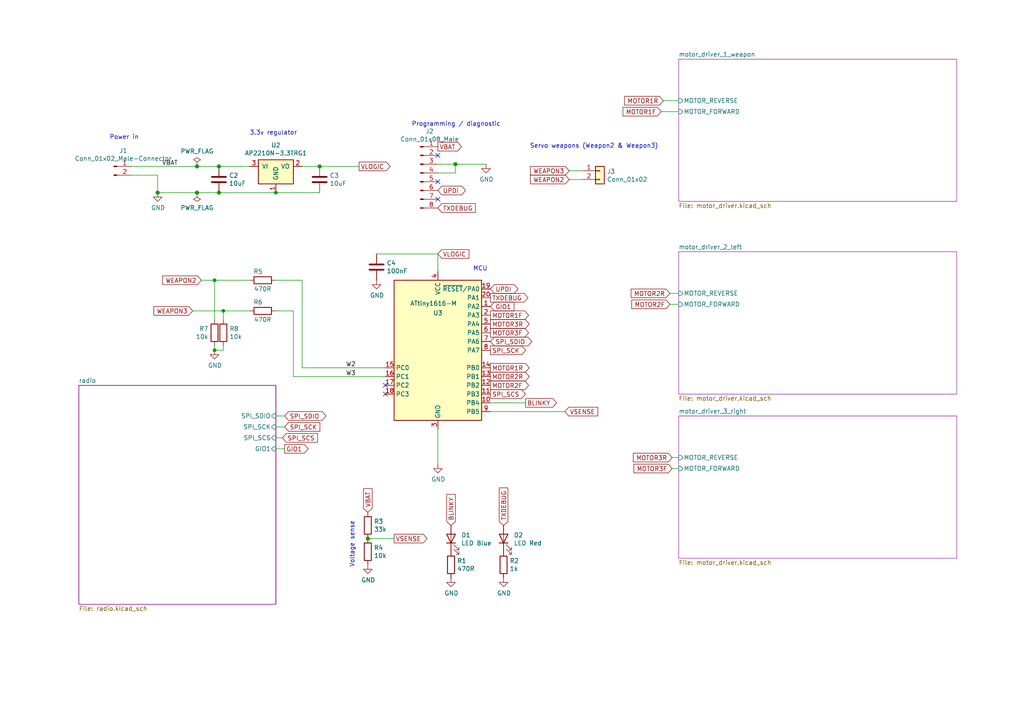
<source format=kicad_sch>
(kicad_sch (version 20211123) (generator eeschema)
  (paper "A4")
  (title_block (title "Malenki-Nano i") (date "2022-11-12") (company "Mark Robson"))
  (lib_symbols
    (symbol "Connector:Conn_01x08_Male" (pin_names (offset 1.016) hide)
      (property "Reference" "J" (at 0 10.16 0))
      (property "Value" "Conn_01x08_Male" (at 0 -12.7 0))
      (symbol "Conn_01x08_Male_1_1"
        (polyline (pts (xy 1.27 -10.16) (xy 0.8636 -10.16)) (stroke (width 0.1524)))
        (polyline (pts (xy 1.27 -7.62) (xy 0.8636 -7.62)) (stroke (width 0.1524)))
        (polyline (pts (xy 1.27 -5.08) (xy 0.8636 -5.08)) (stroke (width 0.1524)))
        (polyline (pts (xy 1.27 -2.54) (xy 0.8636 -2.54)) (stroke (width 0.1524)))
        (polyline (pts (xy 1.27 0) (xy 0.8636 0)) (stroke (width 0.1524)))
        (polyline (pts (xy 1.27 2.54) (xy 0.8636 2.54)) (stroke (width 0.1524)))
        (polyline (pts (xy 1.27 5.08) (xy 0.8636 5.08)) (stroke (width 0.1524)))
        (polyline (pts (xy 1.27 7.62) (xy 0.8636 7.62)) (stroke (width 0.1524)))
        (rectangle (start 0.8636 -10.033) (end 0 -10.287) (stroke (width 0.1524)) (fill (type outline)))
        (rectangle (start 0.8636 -7.493) (end 0 -7.747) (stroke (width 0.1524)) (fill (type outline)))
        (rectangle (start 0.8636 -4.953) (end 0 -5.207) (stroke (width 0.1524)) (fill (type outline)))
        (rectangle (start 0.8636 -2.413) (end 0 -2.667) (stroke (width 0.1524)) (fill (type outline)))
        (rectangle (start 0.8636 0.127) (end 0 -0.127) (stroke (width 0.1524)) (fill (type outline)))
        (rectangle (start 0.8636 2.667) (end 0 2.413) (stroke (width 0.1524)) (fill (type outline)))
        (rectangle (start 0.8636 5.207) (end 0 4.953) (stroke (width 0.1524)) (fill (type outline)))
        (rectangle (start 0.8636 7.747) (end 0 7.493) (stroke (width 0.1524)) (fill (type outline)))
        (pin passive line (at 5.08 7.62 180) (length 3.81) (name "Pin_1") (number "1"))
        (pin passive line (at 5.08 5.08 180) (length 3.81) (name "Pin_2") (number "2"))
        (pin passive line (at 5.08 2.54 180) (length 3.81) (name "Pin_3") (number "3"))
        (pin passive line (at 5.08 0 180) (length 3.81) (name "Pin_4") (number "4"))
        (pin passive line (at 5.08 -2.54 180) (length 3.81) (name "Pin_5") (number "5"))
        (pin passive line (at 5.08 -5.08 180) (length 3.81) (name "Pin_6") (number "6"))
        (pin passive line (at 5.08 -7.62 180) (length 3.81) (name "Pin_7") (number "7"))
        (pin passive line (at 5.08 -10.16 180) (length 3.81) (name "Pin_8") (number "8"))
      )
    )
    (symbol "Connector_Generic:Conn_01x02" (pin_names (offset 1.016) hide)
      (property "Reference" "J" (at 0 2.54 0))
      (property "Value" "Conn_01x02" (at 0 -5.08 0))
      (symbol "Conn_01x02_1_1"
        (rectangle (start -1.27 -2.413) (end 0 -2.667) (stroke (width 0.1524)))
        (rectangle (start -1.27 0.127) (end 0 -0.127) (stroke (width 0.1524)))
        (rectangle (start -1.27 1.27) (end 1.27 -3.81) (stroke (width 0.254)) (fill (type background)))
        (pin passive line (at -5.08 0 0) (length 3.81) (name "Pin_1") (number "1"))
        (pin passive line (at -5.08 -2.54 0) (length 3.81) (name "Pin_2") (number "2"))
      )
    )
    (symbol "Device:LED" (pin_numbers hide) (pin_names (offset 1.016) hide)
      (property "Reference" "D" (at 0 2.54 0))
      (property "Value" "LED" (at 0 -2.54 0))
      (symbol "LED_0_1"
        (polyline (pts (xy -1.27 -1.27) (xy -1.27 1.27)) (stroke (width 0.254)))
        (polyline (pts (xy -1.27 0) (xy 1.27 0)))
        (polyline (pts (xy 1.27 -1.27) (xy 1.27 1.27) (xy -1.27 0) (xy 1.27 -1.27)) (stroke (width 0.254)))
        (polyline (pts (xy -3.048 -0.762) (xy -4.572 -2.286) (xy -3.81 -2.286) (xy -4.572 -2.286) (xy -4.572 -1.524)))
        (polyline (pts (xy -1.778 -0.762) (xy -3.302 -2.286) (xy -2.54 -2.286) (xy -3.302 -2.286) (xy -3.302 -1.524)))
      )
      (symbol "LED_1_1"
        (pin passive line (at -3.81 0 0) (length 2.54) (name "K") (number "1"))
        (pin passive line (at 3.81 0 180) (length 2.54) (name "A") (number "2"))
      )
    )
    (symbol "MCU_Microchip_ATtiny:ATtiny1616-M"
      (property "Reference" "U" (at -12.7 21.59 0))
      (property "Value" "ATtiny1616-M" (at 2.54 -21.59 0))
      (symbol "ATtiny1616-M_0_1"
        (rectangle (start -12.7 -20.32) (end 12.7 20.32) (stroke (width 0.254)) (fill (type background)))
      )
      (symbol "ATtiny1616-M_1_1"
        (pin bidirectional line (at 15.24 12.7 180) (length 2.54) (name "PA2") (number "1"))
        (pin bidirectional line (at 15.24 -15.24 180) (length 2.54) (name "PB4") (number "10"))
        (pin bidirectional line (at 15.24 -12.7 180) (length 2.54) (name "PB3") (number "11"))
        (pin bidirectional line (at 15.24 -10.16 180) (length 2.54) (name "PB2") (number "12"))
        (pin bidirectional line (at 15.24 -7.62 180) (length 2.54) (name "PB1") (number "13"))
        (pin bidirectional line (at 15.24 -5.08 180) (length 2.54) (name "PB0") (number "14"))
        (pin bidirectional line (at -15.24 -5.08 0) (length 2.54) (name "PC0") (number "15"))
        (pin bidirectional line (at -15.24 -7.62 0) (length 2.54) (name "PC1") (number "16"))
        (pin bidirectional line (at -15.24 -10.16 0) (length 2.54) (name "PC2") (number "17"))
        (pin bidirectional line (at -15.24 -12.7 0) (length 2.54) (name "PC3") (number "18"))
        (pin bidirectional line (at 15.24 17.78 180) (length 2.54) (name "~{RESET}/PA0") (number "19"))
        (pin bidirectional line (at 15.24 10.16 180) (length 2.54) (name "PA3") (number "2"))
        (pin bidirectional line (at 15.24 15.24 180) (length 2.54) (name "PA1") (number "20"))
        (pin passive line (at 0 -22.86 90) (length 2.54) hide (name "GND") (number "21"))
        (pin power_in line (at 0 -22.86 90) (length 2.54) (name "GND") (number "3"))
        (pin power_in line (at 0 22.86 270) (length 2.54) (name "VCC") (number "4"))
        (pin bidirectional line (at 15.24 7.62 180) (length 2.54) (name "PA4") (number "5"))
        (pin bidirectional line (at 15.24 5.08 180) (length 2.54) (name "PA5") (number "6"))
        (pin bidirectional line (at 15.24 2.54 180) (length 2.54) (name "PA6") (number "7"))
        (pin bidirectional line (at 15.24 0 180) (length 2.54) (name "PA7") (number "8"))
        (pin bidirectional line (at 15.24 -17.78 180) (length 2.54) (name "PB5") (number "9"))
      )
    )
    (symbol "mal_nano:HT7233" (pin_names (offset 1.016))
      (property "Reference" "U" (at 0 1.27 0))
      (property "Value" "HT7233" (at 1.27 0 0))
      (symbol "HT7233_1_1"
        (rectangle (start -5.08 -8.89) (end 5.08 -1.905) (stroke (width 0.254)) (fill (type background)))
        (pin power_in line (at 0 -11.43 90) (length 2.54) (name "GND") (number "1"))
        (pin power_out line (at 7.62 -3.81 180) (length 2.54) (name "VO") (number "2"))
        (pin power_in line (at -7.62 -3.81 0) (length 2.54) (name "VI") (number "3"))
      )
    )
    (symbol "malenki-nano-rescue:C-Device" (pin_numbers hide) (pin_names (offset 0.254))
      (property "Reference" "C" (at 0.635 2.54 0))
      (property "Value" "C-Device" (at 0.635 -2.54 0))
      (symbol "C-Device_0_1"
        (polyline (pts (xy -2.032 -0.762) (xy 2.032 -0.762)) (stroke (width 0.508)))
        (polyline (pts (xy -2.032 0.762) (xy 2.032 0.762)) (stroke (width 0.508)))
      )
      (symbol "C-Device_1_1"
        (pin passive line (at 0 3.81 270) (length 2.794) (name "~") (number "1"))
        (pin passive line (at 0 -3.81 90) (length 2.794) (name "~") (number "2"))
      )
    )
    (symbol "malenki-nano-rescue:Conn_01x02_Male-Connector" (pin_names (offset 1.016) hide)
      (property "Reference" "J" (at 0 2.54 0))
      (property "Value" "Conn_01x02_Male-Connector" (at 0 -5.08 0))
      (symbol "Conn_01x02_Male-Connector_1_1"
        (polyline (pts (xy 1.27 -2.54) (xy 0.8636 -2.54)) (stroke (width 0.1524)))
        (polyline (pts (xy 1.27 0) (xy 0.8636 0)) (stroke (width 0.1524)))
        (rectangle (start 0.8636 -2.413) (end 0 -2.667) (stroke (width 0.1524)) (fill (type outline)))
        (rectangle (start 0.8636 0.127) (end 0 -0.127) (stroke (width 0.1524)) (fill (type outline)))
        (pin passive line (at 5.08 0 180) (length 3.81) (name "Pin_1") (number "1"))
        (pin passive line (at 5.08 -2.54 180) (length 3.81) (name "Pin_2") (number "2"))
      )
    )
    (symbol "malenki-nano-rescue:GND-power" (power) (pin_names (offset 0))
      (property "Value" "GND-power" (at 0 -3.81 0))
      (symbol "GND-power_0_1"
        (polyline (pts (xy 0 0) (xy 0 -1.27) (xy 1.27 -1.27) (xy 0 -2.54) (xy -1.27 -1.27) (xy 0 -1.27)))
      )
      (symbol "GND-power_1_1"
        (pin power_in line (at 0 0 270) (length 0) hide (name "GND") (number "1"))
      )
    )
    (symbol "malenki-nano-rescue:PWR_FLAG-power" (power) (pin_numbers hide) (pin_names (offset 0) hide)
      (property "Value" "PWR_FLAG-power" (at 0 3.81 0))
      (symbol "PWR_FLAG-power_0_0"
        (pin power_out line (at 0 0 90) (length 0) (name "pwr") (number "1"))
      )
      (symbol "PWR_FLAG-power_0_1"
        (polyline (pts (xy 0 0) (xy 0 1.27) (xy -1.016 1.905) (xy 0 2.54) (xy 1.016 1.905) (xy 0 1.27)))
      )
    )
    (symbol "malenki-nano-rescue:R-Device" (pin_numbers hide) (pin_names (offset 0))
      (property "Reference" "R" (at 2.032 0 90))
      (property "Value" "R-Device" (at 0 0 90))
      (symbol "R-Device_0_1"
        (rectangle (start -1.016 -2.54) (end 1.016 2.54) (stroke (width 0.254)))
      )
      (symbol "R-Device_1_1"
        (pin passive line (at 0 3.81 270) (length 1.27) (name "~") (number "1"))
        (pin passive line (at 0 -3.81 90) (length 1.27) (name "~") (number "2"))
      )
    )
  )
  (junction (at 132.08 47.625) (diameter 1.016))
  (junction (at 57.15 55.88) (diameter 1.016))
  (junction (at 62.23 101.6))
  (junction (at 64.77 90.17))
  (junction (at 63.5 55.88) (diameter 1.016))
  (junction (at 80.01 55.88))
  (junction (at 92.71 48.26) (diameter 1.016))
  (junction (at 45.72 55.88) (diameter 1.016))
  (junction (at 62.23 81.28))
  (junction (at 57.15 48.26) (diameter 1.016))
  (junction (at 106.68 156.21) (diameter 1.016))
  (junction (at 63.5 48.26) (diameter 1.016))
  (no_connect (at 127 57.785))
  (no_connect (at 111.76 114.3))
  (no_connect (at 127 52.705))
  (no_connect (at 111.76 111.76))
  (no_connect (at 127 45.085))
  (wire (pts (xy 165.1 52.07) (xy 168.91 52.07)))
  (wire (pts (xy 127 73.66) (xy 109.22 73.66)))
  (wire (pts (xy 85.09 90.17) (xy 85.09 109.22)))
  (wire (pts (xy 194.31 88.265) (xy 196.85 88.265)))
  (wire (pts (xy 132.08 50.165) (xy 132.08 47.625)))
  (wire (pts (xy 80.01 120.65) (xy 82.55 120.65)))
  (wire (pts (xy 57.15 48.26) (xy 63.5 48.26)))
  (wire (pts (xy 62.23 100.33) (xy 62.23 101.6)))
  (wire (pts (xy 38.1 48.26) (xy 57.15 48.26)))
  (wire (pts (xy 114.3 156.21) (xy 106.68 156.21)))
  (wire (pts (xy 45.72 55.88) (xy 57.15 55.88)))
  (wire (pts (xy 64.77 90.17) (xy 72.39 90.17)))
  (wire (pts (xy 191.77 32.385) (xy 196.85 32.385)))
  (wire (pts (xy 80.01 123.825) (xy 82.55 123.825)))
  (wire (pts (xy 111.76 106.68) (xy 87.63 106.68)))
  (wire (pts (xy 142.24 119.38) (xy 163.83 119.38)))
  (wire (pts (xy 127 47.625) (xy 132.08 47.625)))
  (wire (pts (xy 194.945 132.715) (xy 196.85 132.715)))
  (wire (pts (xy 87.63 81.28) (xy 80.01 81.28)))
  (wire (pts (xy 55.88 90.17) (xy 64.77 90.17)))
  (wire (pts (xy 80.01 90.17) (xy 85.09 90.17)))
  (wire (pts (xy 62.23 101.6) (xy 64.77 101.6)))
  (wire (pts (xy 194.31 85.09) (xy 196.85 85.09)))
  (wire (pts (xy 64.77 100.33) (xy 64.77 101.6)))
  (wire (pts (xy 87.63 106.68) (xy 87.63 81.28)))
  (wire (pts (xy 194.945 135.89) (xy 196.85 135.89)))
  (wire (pts (xy 58.42 81.28) (xy 62.23 81.28)))
  (wire (pts (xy 80.01 55.88) (xy 92.71 55.88)))
  (wire (pts (xy 127 50.165) (xy 132.08 50.165)))
  (wire (pts (xy 127 73.66) (xy 127 78.74)))
  (wire (pts (xy 62.23 81.28) (xy 72.39 81.28)))
  (wire (pts (xy 80.01 127) (xy 81.915 127)))
  (wire (pts (xy 63.5 48.26) (xy 72.39 48.26)))
  (wire (pts (xy 38.1 50.8) (xy 45.72 50.8)))
  (wire (pts (xy 64.77 90.17) (xy 64.77 92.71)))
  (wire (pts (xy 87.63 48.26) (xy 92.71 48.26)))
  (wire (pts (xy 62.23 81.28) (xy 62.23 92.71)))
  (wire (pts (xy 127 124.46) (xy 127 134.62)))
  (wire (pts (xy 132.08 47.625) (xy 140.97 47.625)))
  (wire (pts (xy 63.5 55.88) (xy 80.01 55.88)))
  (wire (pts (xy 57.15 55.88) (xy 63.5 55.88)))
  (wire (pts (xy 165.1 49.53) (xy 168.91 49.53)))
  (wire (pts (xy 192.405 29.21) (xy 196.85 29.21)))
  (wire (pts (xy 45.72 50.8) (xy 45.72 55.88)))
  (wire (pts (xy 142.24 116.84) (xy 152.4 116.84)))
  (wire (pts (xy 80.01 130.175) (xy 82.55 130.175)))
  (wire (pts (xy 85.09 109.22) (xy 111.76 109.22)))
  (wire (pts (xy 92.71 48.26) (xy 104.14 48.26)))
  (text "Voltage sense" (at 102.87 151.13 270) (effects (font (size 1.27 1.27)) (justify right bottom)))
  (text "Power in" (at 31.75 40.64 0) (effects (font (size 1.27 1.27)) (justify left bottom)))
  (text "Servo weapons (Weapon2 & Weapon3)" (at 153.67 43.18 0) (effects (font (size 1.27 1.27)) (justify left bottom)))
  (text "Programming / diagnostic" (at 119.38 36.83 0) (effects (font (size 1.27 1.27)) (justify left bottom)))
  (text "MCU\n" (at 137.16 78.74 0) (effects (font (size 1.27 1.27)) (justify left bottom)))
  (text "3.3v regulator" (at 72.39 39.37 0) (effects (font (size 1.27 1.27)) (justify left bottom)))
  (label "W2" (at 100.33 106.68 0))
  (label "VBAT" (at 46.99 48.26 0))
  (label "W3" (at 100.33 109.22 0))
  (global_label "MOTOR1F" (shape output) (at 142.24 91.44 0) (property "Intersheet References" "${INTERSHEET_REFS}" (effects hide)))
  (global_label "TXDEBUG" (shape input) (at 127 60.325 0) (property "Intersheet References" "${INTERSHEET_REFS}" (effects hide)))
  (global_label "SPI_SCS" (shape output) (at 142.24 114.3 0) (property "Intersheet References" "${INTERSHEET_REFS}" (effects hide)))
  (global_label "VBAT" (shape output) (at 127 42.545 0) (property "Intersheet References" "${INTERSHEET_REFS}" (effects hide)))
  (global_label "MOTOR3F" (shape input) (at 194.945 135.89 180) (property "Intersheet References" "${INTERSHEET_REFS}" (effects hide)))
  (global_label "MOTOR3F" (shape output) (at 142.24 96.52 0) (property "Intersheet References" "${INTERSHEET_REFS}" (effects hide)))
  (global_label "SPI_SDIO" (shape bidirectional) (at 142.24 99.06 0) (property "Intersheet References" "${INTERSHEET_REFS}" (effects hide)))
  (global_label "BLINKY" (shape input) (at 130.81 152.4 90) (property "Intersheet References" "${INTERSHEET_REFS}" (effects hide)))
  (global_label "GIO1" (shape output) (at 82.55 130.175 0) (property "Intersheet References" "${INTERSHEET_REFS}" (effects hide)))
  (global_label "MOTOR3R" (shape input) (at 194.945 132.715 180) (property "Intersheet References" "${INTERSHEET_REFS}" (effects hide)))
  (global_label "UPDI" (shape bidirectional) (at 142.24 83.82 0) (property "Intersheet References" "${INTERSHEET_REFS}" (effects hide)))
  (global_label "BLINKY" (shape output) (at 152.4 116.84 0) (property "Intersheet References" "${INTERSHEET_REFS}" (effects hide)))
  (global_label "MOTOR1F" (shape input) (at 191.77 32.385 180) (property "Intersheet References" "${INTERSHEET_REFS}" (effects hide)))
  (global_label "WEAPON2" (shape input) (at 58.42 81.28 180) (property "Intersheet References" "${INTERSHEET_REFS}" (effects hide)))
  (global_label "MOTOR1R" (shape output) (at 142.24 106.68 0) (property "Intersheet References" "${INTERSHEET_REFS}" (effects hide)))
  (global_label "MOTOR1R" (shape input) (at 192.405 29.21 180) (property "Intersheet References" "${INTERSHEET_REFS}" (effects hide)))
  (global_label "VBAT" (shape input) (at 106.68 148.59 90) (property "Intersheet References" "${INTERSHEET_REFS}" (effects hide)))
  (global_label "SPI_SCK" (shape output) (at 142.24 101.6 0) (property "Intersheet References" "${INTERSHEET_REFS}" (effects hide)))
  (global_label "MOTOR2F" (shape output) (at 142.24 111.76 0) (property "Intersheet References" "${INTERSHEET_REFS}" (effects hide)))
  (global_label "MOTOR2F" (shape input) (at 194.31 88.265 180) (property "Intersheet References" "${INTERSHEET_REFS}" (effects hide)))
  (global_label "WEAPON2" (shape input) (at 165.1 52.07 180) (property "Intersheet References" "${INTERSHEET_REFS}" (effects hide)))
  (global_label "SPI_SDIO" (shape bidirectional) (at 82.55 120.65 0) (property "Intersheet References" "${INTERSHEET_REFS}" (effects hide)))
  (global_label "SPI_SCS" (shape input) (at 81.915 127 0) (property "Intersheet References" "${INTERSHEET_REFS}" (effects hide)))
  (global_label "VLOGIC" (shape input) (at 127 73.66 0) (property "Intersheet References" "${INTERSHEET_REFS}" (effects hide)))
  (global_label "WEAPON3" (shape input) (at 165.1 49.53 180) (property "Intersheet References" "${INTERSHEET_REFS}" (effects hide)))
  (global_label "VSENSE" (shape output) (at 114.3 156.21 0) (property "Intersheet References" "${INTERSHEET_REFS}" (effects hide)))
  (global_label "GIO1" (shape input) (at 142.24 88.9 0) (property "Intersheet References" "${INTERSHEET_REFS}" (effects hide)))
  (global_label "UPDI" (shape bidirectional) (at 127 55.245 0) (property "Intersheet References" "${INTERSHEET_REFS}" (effects hide)))
  (global_label "MOTOR3R" (shape output) (at 142.24 93.98 0) (property "Intersheet References" "${INTERSHEET_REFS}" (effects hide)))
  (global_label "MOTOR2R" (shape input) (at 194.31 85.09 180) (property "Intersheet References" "${INTERSHEET_REFS}" (effects hide)))
  (global_label "MOTOR2R" (shape output) (at 142.24 109.22 0) (property "Intersheet References" "${INTERSHEET_REFS}" (effects hide)))
  (global_label "TXDEBUG" (shape input) (at 146.05 152.4 90) (property "Intersheet References" "${INTERSHEET_REFS}" (effects hide)))
  (global_label "TXDEBUG" (shape output) (at 142.24 86.36 0) (property "Intersheet References" "${INTERSHEET_REFS}" (effects hide)))
  (global_label "WEAPON3" (shape input) (at 55.88 90.17 180) (property "Intersheet References" "${INTERSHEET_REFS}" (effects hide)))
  (global_label "VLOGIC" (shape output) (at 104.14 48.26 0) (property "Intersheet References" "${INTERSHEET_REFS}" (effects hide)))
  (global_label "VSENSE" (shape input) (at 163.83 119.38 0) (property "Intersheet References" "${INTERSHEET_REFS}" (effects hide)))
  (global_label "SPI_SCK" (shape input) (at 82.55 123.825 0) (property "Intersheet References" "${INTERSHEET_REFS}" (effects hide)))
  (symbol (lib_id "malenki-nano-rescue:GND-power") (at 106.68 163.83 0) (unit 1)
    (property "Reference" "#PWR07" (effects hide))
    (property "Value" "GND" (at 106.807 168.2242 0))
  )
  (symbol (lib_id "Device:LED") (at 146.05 156.21 90) (unit 1)
    (property "Reference" "D2" (at 149.0218 155.2194 90) (effects (justify right)))
    (property "Value" "LED Red" (at 149.0218 157.5308 90) (effects (justify right)))
    (property "Footprint" "LED_SMD:LED_0603_1608Metric" (effects hide))
    (property "LCSC" "C2286" (effects hide))
    (property "MPN" "KT-0603R" (effects hide))
    (property "Manufacturer" "Hubei KENTO" (effects hide))
  )
  (symbol (lib_id "malenki-nano-rescue:GND-power") (at 146.05 167.64 0) (unit 1)
    (property "Reference" "#PWR011" (effects hide))
    (property "Value" "GND" (at 146.177 172.0342 0))
  )
  (symbol (lib_id "malenki-nano-rescue:PWR_FLAG-power") (at 57.15 48.26 0) (unit 1)
    (property "Reference" "#FLG0101" (effects hide))
    (property "Value" "PWR_FLAG" (at 57.15 43.8658 0))
  )
  (symbol (lib_id "malenki-nano-rescue:R-Device") (at 146.05 163.83 0) (unit 1)
    (property "Reference" "R2" (at 147.828 162.6616 0) (effects (justify left)))
    (property "Value" "1k" (at 147.828 164.973 0) (effects (justify left)))
    (property "Footprint" "Resistor_SMD:R_0402_1005Metric" (effects hide))
    (property "LCSC" "C11702" (effects hide))
    (property "Manufacturer" "Uniroyal" (effects hide))
  )
  (symbol (lib_id "malenki-nano-rescue:GND-power") (at 45.72 55.88 0) (unit 1)
    (property "Reference" "#PWR02" (effects hide))
    (property "Value" "GND" (at 45.847 60.2742 0))
  )
  (symbol (lib_id "Connector:Conn_01x08_Male") (at 121.92 50.165 0) (unit 1) (in_bom no)
    (property "Reference" "J2" (at 124.6124 38.0808 0))
    (property "Value" "Conn_01x08_Male" (at 124.6124 40.3795 0))
    (property "Footprint" "malenki-nano:SOIC_clipProgSmall" (effects hide))
  )
  (symbol (lib_id "malenki-nano-rescue:GND-power") (at 109.22 81.28 0) (unit 1)
    (property "Reference" "#PWR04" (effects hide))
    (property "Value" "GND" (at 109.347 85.6742 0))
  )
  (symbol (lib_id "malenki-nano-rescue:Conn_01x02_Male-Connector") (at 33.02 48.26 0) (unit 1) (in_bom no)
    (property "Reference" "J1" (at 35.7632 43.6626 0))
    (property "Value" "Conn_01x02_Male-Connector" (at 35.7632 45.974 0))
    (property "Footprint" "malenki-nano:malenkipower" (effects hide))
  )
  (symbol (lib_id "malenki-nano-rescue:R-Device") (at 64.77 96.52 0) (unit 1)
    (property "Reference" "R8" (at 66.548 95.3516 0) (effects (justify left)))
    (property "Value" "10k" (at 66.548 97.663 0) (effects (justify left)))
    (property "Footprint" "Resistor_SMD:R_0402_1005Metric" (effects hide))
    (property "Partnum" "C25804" (effects hide))
    (property "LCSC" "C25744" (effects hide))
    (property "Manufacturer" "Uniroyal" (effects hide))
  )
  (symbol (lib_id "malenki-nano-rescue:GND-power") (at 140.97 47.625 0) (unit 1)
    (property "Reference" "#PWR023" (effects hide))
    (property "Value" "GND" (at 141.097 52.0192 0))
  )
  (symbol (lib_id "malenki-nano-rescue:GND-power") (at 130.81 167.64 0) (unit 1)
    (property "Reference" "#PWR06" (effects hide))
    (property "Value" "GND" (at 130.937 172.0342 0))
  )
  (symbol (lib_id "malenki-nano-rescue:C-Device") (at 109.22 77.47 0) (unit 1)
    (property "Reference" "C4" (at 112.141 76.3016 0) (effects (justify left)))
    (property "Value" "100nF" (at 112.141 78.613 0) (effects (justify left)))
    (property "Footprint" "Capacitor_SMD:C_0402_1005Metric_Pad0.74x0.62mm_HandSolder" (effects hide))
    (property "Partnum" "C14663" (effects hide))
    (property "LCSC" "C307331" (effects hide))
    (property "Manufacturer" "Samsung" (effects hide))
  )
  (symbol (lib_id "malenki-nano-rescue:GND-power") (at 127 134.62 0) (unit 1)
    (property "Reference" "#PWR05" (effects hide))
    (property "Value" "GND" (at 127.127 139.0142 0))
  )
  (symbol (lib_id "Device:LED") (at 130.81 156.21 90) (unit 1)
    (property "Reference" "D1" (at 133.7818 155.2194 90) (effects (justify right)))
    (property "Value" "LED Blue" (at 133.7818 157.5308 90) (effects (justify right)))
    (property "Footprint" "LED_SMD:LED_0603_1608Metric" (effects hide))
    (property "LCSC" "C72041" (effects hide))
    (property "MPN" "19-217/BHC-ZL1M2RY/3T" (effects hide))
    (property "Manufacturer" "Everlight" (effects hide))
  )
  (symbol (lib_id "malenki-nano-rescue:R-Device") (at 106.68 152.4 0) (unit 1)
    (property "Reference" "R3" (at 108.458 151.2316 0) (effects (justify left)))
    (property "Value" "33k" (at 108.458 153.543 0) (effects (justify left)))
    (property "Footprint" "Resistor_SMD:R_0402_1005Metric" (effects hide))
    (property "LCSC" "C25779" (effects hide))
    (property "Manufacturer" "Uniroyal " (effects hide))
  )
  (symbol (lib_id "malenki-nano-rescue:C-Device") (at 92.71 52.07 0) (unit 1)
    (property "Reference" "C3" (at 95.631 50.9016 0) (effects (justify left)))
    (property "Value" "10uF" (at 95.631 53.213 0) (effects (justify left)))
    (property "Footprint" "Capacitor_SMD:C_0603_1608Metric" (effects hide))
    (property "LCSC" "C96446" (effects hide))
    (property "Manufacturer" "Samsung" (effects hide))
  )
  (symbol (lib_id "malenki-nano-rescue:R-Device") (at 62.23 96.52 0) (mirror y) (unit 1)
    (property "Reference" "R7" (at 60.452 95.3516 0) (effects (justify left)))
    (property "Value" "10k" (at 60.452 97.663 0) (effects (justify left)))
    (property "Footprint" "Resistor_SMD:R_0402_1005Metric" (effects hide))
    (property "Partnum" "C25804" (effects hide))
    (property "LCSC" "C25744" (effects hide))
    (property "Manufacturer" "Uniroyal" (effects hide))
  )
  (symbol (lib_id "malenki-nano-rescue:C-Device") (at 63.5 52.07 0) (unit 1)
    (property "Reference" "C2" (at 66.421 50.9016 0) (effects (justify left)))
    (property "Value" "10uF" (at 66.421 53.213 0) (effects (justify left)))
    (property "Footprint" "Capacitor_SMD:C_0603_1608Metric" (effects hide))
    (property "LCSC" "C96446" (effects hide))
    (property "Manufacturer" "Samsung" (effects hide))
  )
  (symbol (lib_id "malenki-nano-rescue:R-Device") (at 76.2 90.17 90) (unit 1)
    (property "Reference" "R6" (at 76.2 87.63 90) (effects (justify left)))
    (property "Value" "470R" (at 78.74 92.71 90) (effects (justify left)))
    (property "Footprint" "Resistor_SMD:R_0402_1005Metric" (effects hide))
    (property "LCSC" "C25117" (effects hide))
  )
  (symbol (lib_id "malenki-nano-rescue:R-Device") (at 76.2 81.28 90) (unit 1)
    (property "Reference" "R5" (at 76.2 78.74 90) (effects (justify left)))
    (property "Value" "470R" (at 78.74 83.82 90) (effects (justify left)))
    (property "Footprint" "Resistor_SMD:R_0402_1005Metric" (effects hide))
    (property "LCSC" "C25117" (effects hide))
  )
  (symbol (lib_id "malenki-nano-rescue:R-Device") (at 106.68 160.02 0) (unit 1)
    (property "Reference" "R4" (at 108.458 158.8516 0) (effects (justify left)))
    (property "Value" "10k" (at 108.458 161.163 0) (effects (justify left)))
    (property "Footprint" "Resistor_SMD:R_0402_1005Metric" (effects hide))
    (property "Partnum" "C25804" (effects hide))
    (property "LCSC" "C25744" (effects hide))
    (property "Manufacturer" "Uniroyal" (effects hide))
  )
  (symbol (lib_id "Connector_Generic:Conn_01x02") (at 173.99 49.53 0) (unit 1) (in_bom no)
    (property "Reference" "J3" (at 176.022 49.7332 0) (effects (justify left)))
    (property "Value" "Conn_01x02" (at 176.022 52.0446 0) (effects (justify left)))
    (property "Footprint" "malenki-nano:wirepad_2" (effects hide))
  )
  (symbol (lib_id "MCU_Microchip_ATtiny:ATtiny1616-M") (at 127 101.6 0) (unit 1)
    (property "Reference" "U3" (at 127 90.7858 0))
    (property "Value" "ATtiny1616-M" (at 125.73 88.0045 0))
    (property "Footprint" "Package_DFN_QFN:VQFN-20-1EP_3x3mm_P0.4mm_EP1.7x1.7mm" (effects hide))
    (property "Datasheet" "http://ww1.microchip.com/downloads/en/DeviceDoc/ATtiny3216_ATtiny1616-data-sheet-40001997B.pdf" (effects hide))
    (property "MPN" "ATtiny1616-MNR" (effects hide))
    (property "Manufacturer" "MICROCHIP" (effects hide))
    (property "LCSC" "C507118" (effects hide))
  )
  (symbol (lib_id "malenki-nano-rescue:GND-power") (at 62.23 101.6 0) (unit 1)
    (property "Reference" "#PWR0101" (effects hide))
    (property "Value" "GND" (at 62.357 105.9942 0))
  )
  (symbol (lib_id "malenki-nano-rescue:PWR_FLAG-power") (at 57.15 55.88 180) (unit 1)
    (property "Reference" "#FLG0102" (effects hide))
    (property "Value" "PWR_FLAG" (at 57.15 60.2742 0))
  )
  (symbol (lib_id "mal_nano:HT7233") (at 80.01 44.45 0) (unit 1)
    (property "Reference" "U2" (at 80.01 42.1132 0))
    (property "Value" "AP2210N-3.3TRG1" (at 80.01 44.4246 0))
    (property "Footprint" "Package_TO_SOT_SMD:SOT-23" (effects hide))
    (property "LCSC" "C155508" (effects hide))
  )
  (symbol (lib_id "malenki-nano-rescue:R-Device") (at 130.81 163.83 0) (unit 1)
    (property "Reference" "R1" (at 132.588 162.6616 0) (effects (justify left)))
    (property "Value" "470R" (at 132.588 164.973 0) (effects (justify left)))
    (property "Footprint" "Resistor_SMD:R_0402_1005Metric" (effects hide))
    (property "LCSC" "C25117" (effects hide))
    (property "Manufacturer" "Uniroyal" (effects hide))
  )
  (sheet (at 196.85 73.025) (size 80.645 41.275) (stroke (width 0.001) (color 132 0 132 1)) (fill (color 255 255 255 0.0000))
    (property "Sheet name" "motor_driver_2_left" (at 196.85 72.3891 0) (effects (justify left bottom)))
    (property "Sheet file" "motor_driver.kicad_sch" (at 196.85 114.8089 0) (effects (justify left top)))
    (pin "MOTOR_REVERSE" input (at 196.85 85.09 180))
    (pin "MOTOR_FORWARD" input (at 196.85 88.265 180))
  )
  (sheet (at 196.85 17.145) (size 80.645 41.275) (stroke (width 0.001) (color 132 0 132 1)) (fill (color 255 255 255 0.0000))
    (property "Sheet name" "motor_driver_1_weapon" (at 196.85 16.5091 0) (effects (justify left bottom)))
    (property "Sheet file" "motor_driver.kicad_sch" (at 196.85 58.9289 0) (effects (justify left top)))
    (pin "MOTOR_REVERSE" input (at 196.85 29.21 180))
    (pin "MOTOR_FORWARD" input (at 196.85 32.385 180))
  )
  (sheet (at 196.85 120.65) (size 80.645 41.275) (stroke (width 0.001) (color 132 0 132 1)) (fill (color 255 255 255 0.0000))
    (property "Sheet name" "motor_driver_3_right" (at 196.85 120.0141 0) (effects (justify left bottom)))
    (property "Sheet file" "motor_driver.kicad_sch" (at 196.85 162.4339 0) (effects (justify left top)))
    (pin "MOTOR_REVERSE" input (at 196.85 132.715 180))
    (pin "MOTOR_FORWARD" input (at 196.85 135.89 180))
  )
  (sheet (at 22.86 111.76) (size 57.15 63.5) (stroke (width 0.1524) (color 132 0 132 1)) (fill (color 255 255 255 0.0000))
    (property "Sheet name" "radio" (at 22.86 111.1245 0) (effects (justify left bottom)))
    (property "Sheet file" "radio.kicad_sch" (at 22.86 175.7685 0) (effects (justify left top)))
    (pin "SPI_SDIO" input (at 80.01 120.65 0))
    (pin "SPI_SCK" input (at 80.01 123.825 0))
    (pin "SPI_SCS" input (at 80.01 127 0))
    (pin "GIO1" input (at 80.01 130.175 0))
  )
)
</source>
